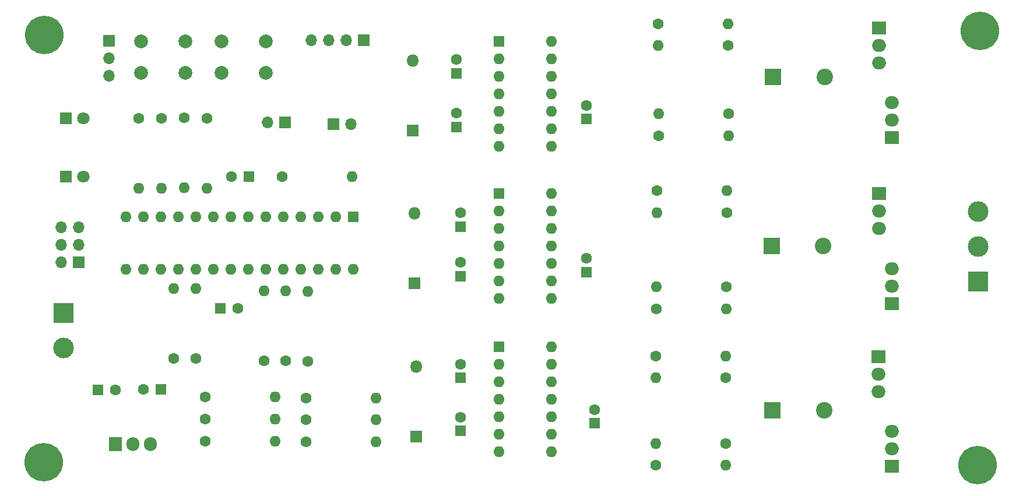
<source format=gbr>
%TF.GenerationSoftware,KiCad,Pcbnew,7.0.1-0*%
%TF.CreationDate,2024-01-23T12:35:28+01:00*%
%TF.ProjectId,BLDC ESC,424c4443-2045-4534-932e-6b696361645f,0.2*%
%TF.SameCoordinates,Original*%
%TF.FileFunction,Soldermask,Bot*%
%TF.FilePolarity,Negative*%
%FSLAX46Y46*%
G04 Gerber Fmt 4.6, Leading zero omitted, Abs format (unit mm)*
G04 Created by KiCad (PCBNEW 7.0.1-0) date 2024-01-23 12:35:28*
%MOMM*%
%LPD*%
G01*
G04 APERTURE LIST*
%ADD10R,1.600000X1.600000*%
%ADD11C,1.600000*%
%ADD12O,1.600000X1.600000*%
%ADD13C,3.600000*%
%ADD14C,5.600000*%
%ADD15R,2.000000X1.905000*%
%ADD16O,2.000000X1.905000*%
%ADD17R,1.700000X1.700000*%
%ADD18O,1.700000X1.700000*%
%ADD19R,2.400000X2.400000*%
%ADD20C,2.400000*%
%ADD21R,1.800000X1.800000*%
%ADD22O,1.800000X1.800000*%
%ADD23C,2.000000*%
%ADD24R,3.000000X3.000000*%
%ADD25C,3.000000*%
%ADD26C,1.800000*%
%ADD27R,1.905000X2.000000*%
%ADD28O,1.905000X2.000000*%
G04 APERTURE END LIST*
D10*
%TO.C,C13*%
X106289000Y-109667113D03*
D11*
X103789000Y-109667113D03*
%TD*%
%TO.C,R27*%
X108204000Y-105222113D03*
D12*
X108204000Y-95062113D03*
%TD*%
D11*
%TO.C,R19*%
X127635000Y-105603113D03*
D12*
X127635000Y-95443113D03*
%TD*%
D11*
%TO.C,R6*%
X188712000Y-59756113D03*
D12*
X178552000Y-59756113D03*
%TD*%
D11*
%TO.C,R21*%
X112766000Y-114030562D03*
D12*
X122926000Y-114030562D03*
%TD*%
D11*
%TO.C,R18*%
X124457221Y-105557664D03*
D12*
X124457221Y-95397664D03*
%TD*%
D13*
%TO.C,REF\u002A\u002A*%
X225248199Y-57639949D03*
D14*
X225248199Y-57639949D03*
%TD*%
D15*
%TO.C,Q2*%
X210627000Y-57216113D03*
D16*
X210627000Y-59756113D03*
X210627000Y-62296113D03*
%TD*%
D17*
%TO.C,J5*%
X135753000Y-58994113D03*
D18*
X133213000Y-58994113D03*
X130673000Y-58994113D03*
X128133000Y-58994113D03*
%TD*%
D10*
%TO.C,U3*%
X155438000Y-103505000D03*
D12*
X155438000Y-106045000D03*
X155438000Y-108585000D03*
X155438000Y-111125000D03*
X155438000Y-113665000D03*
X155438000Y-116205000D03*
X155438000Y-118745000D03*
X163058000Y-118745000D03*
X163058000Y-116205000D03*
X163058000Y-113665000D03*
X163058000Y-111125000D03*
X163058000Y-108585000D03*
X163058000Y-106045000D03*
X163058000Y-103505000D03*
%TD*%
D17*
%TO.C,J4*%
X124328000Y-70932113D03*
D18*
X121788000Y-70932113D03*
%TD*%
D11*
%TO.C,R1*%
X188412551Y-94810892D03*
D12*
X178252551Y-94810892D03*
%TD*%
D11*
%TO.C,R10*%
X178379551Y-80838113D03*
D12*
X188539551Y-80838113D03*
%TD*%
D10*
%TO.C,C5*%
X149860000Y-93252113D03*
D11*
X149860000Y-91252113D03*
%TD*%
%TO.C,R20*%
X112766000Y-110810113D03*
D12*
X122926000Y-110810113D03*
%TD*%
D19*
%TO.C,C16*%
X195263551Y-64330892D03*
D20*
X202763551Y-64330892D03*
%TD*%
D21*
%TO.C,D1*%
X142865000Y-72075113D03*
D22*
X142865000Y-61915113D03*
%TD*%
D10*
%TO.C,C7*%
X149850000Y-108016113D03*
D11*
X149850000Y-106016113D03*
%TD*%
D15*
%TO.C,Q1*%
X212517000Y-73091113D03*
D16*
X212517000Y-70551113D03*
X212517000Y-68011113D03*
%TD*%
D11*
%TO.C,R12*%
X178171000Y-104841113D03*
D12*
X188331000Y-104841113D03*
%TD*%
D10*
%TO.C,C4*%
X149215000Y-71567113D03*
D11*
X149215000Y-69567113D03*
%TD*%
D10*
%TO.C,U1*%
X155438000Y-59153113D03*
D12*
X155438000Y-61693113D03*
X155438000Y-64233113D03*
X155438000Y-66773113D03*
X155438000Y-69313113D03*
X155438000Y-71853113D03*
X155438000Y-74393113D03*
X163058000Y-74393113D03*
X163058000Y-71853113D03*
X163058000Y-69313113D03*
X163058000Y-66773113D03*
X163058000Y-64233113D03*
X163058000Y-61693113D03*
X163058000Y-59153113D03*
%TD*%
D10*
%TO.C,C6*%
X149850000Y-115702226D03*
D11*
X149850000Y-113702226D03*
%TD*%
D13*
%TO.C,REF\u002A\u002A*%
X89376250Y-58166000D03*
D14*
X89376250Y-58166000D03*
%TD*%
D15*
%TO.C,Q6*%
X210582000Y-104968113D03*
D16*
X210582000Y-107508113D03*
X210582000Y-110048113D03*
%TD*%
D11*
%TO.C,R14*%
X127368221Y-117287113D03*
D12*
X137528221Y-117287113D03*
%TD*%
D10*
%TO.C,C1*%
X168138000Y-70424113D03*
D11*
X168138000Y-68424113D03*
%TD*%
D23*
%TO.C,SW2*%
X103420000Y-59157113D03*
X109920000Y-59157113D03*
X103420000Y-63657113D03*
X109920000Y-63657113D03*
%TD*%
D10*
%TO.C,C9*%
X149215000Y-63788113D03*
D11*
X149215000Y-61788113D03*
%TD*%
D24*
%TO.C,J2*%
X92202000Y-98618113D03*
D25*
X92202000Y-103698113D03*
%TD*%
D17*
%TO.C,J3*%
X131430000Y-71186113D03*
D18*
X133970000Y-71186113D03*
%TD*%
D13*
%TO.C,REF\u002A\u002A*%
X224917049Y-120650049D03*
D14*
X224917049Y-120650049D03*
%TD*%
D10*
%TO.C,U2*%
X155448000Y-81214113D03*
D12*
X155448000Y-83754113D03*
X155448000Y-86294113D03*
X155448000Y-88834113D03*
X155448000Y-91374113D03*
X155448000Y-93914113D03*
X155448000Y-96454113D03*
X163068000Y-96454113D03*
X163068000Y-93914113D03*
X163068000Y-91374113D03*
X163068000Y-88834113D03*
X163068000Y-86294113D03*
X163068000Y-83754113D03*
X163068000Y-81214113D03*
%TD*%
D10*
%TO.C,C3*%
X168148000Y-92649113D03*
D11*
X168148000Y-90649113D03*
%TD*%
%TO.C,R2*%
X188539551Y-84013113D03*
D12*
X178379551Y-84013113D03*
%TD*%
D11*
%TO.C,R11*%
X178171000Y-120716113D03*
D12*
X188331000Y-120716113D03*
%TD*%
D19*
%TO.C,C14*%
X195016551Y-88841892D03*
D20*
X202516551Y-88841892D03*
%TD*%
D10*
%TO.C,C2*%
X169281000Y-114620113D03*
D11*
X169281000Y-112620113D03*
%TD*%
D10*
%TO.C,C10*%
X97209888Y-109794113D03*
D11*
X99709888Y-109794113D03*
%TD*%
D15*
%TO.C,Q4*%
X210627000Y-81219113D03*
D16*
X210627000Y-83759113D03*
X210627000Y-86299113D03*
%TD*%
D11*
%TO.C,R22*%
X112766000Y-117205562D03*
D12*
X122926000Y-117205562D03*
%TD*%
D11*
%TO.C,R8*%
X178552000Y-56581113D03*
D12*
X188712000Y-56581113D03*
%TD*%
D11*
%TO.C,R26*%
X103114000Y-70297113D03*
D12*
X103114000Y-80457113D03*
%TD*%
D11*
%TO.C,R17*%
X121282221Y-105557664D03*
D12*
X121282221Y-95397664D03*
%TD*%
D17*
%TO.C,J6*%
X94361000Y-91252113D03*
D18*
X91821000Y-91252113D03*
X94361000Y-88712113D03*
X91821000Y-88712113D03*
X94361000Y-86172113D03*
X91821000Y-86172113D03*
%TD*%
D11*
%TO.C,R9*%
X178252551Y-97985892D03*
D12*
X188412551Y-97985892D03*
%TD*%
D19*
%TO.C,C15*%
X195143551Y-112717892D03*
D20*
X202643551Y-112717892D03*
%TD*%
D17*
%TO.C,J7*%
X98806000Y-59070000D03*
D18*
X98806000Y-61610000D03*
X98806000Y-64150000D03*
%TD*%
D21*
%TO.C,D5*%
X92568000Y-70297113D03*
D26*
X95108000Y-70297113D03*
%TD*%
D24*
%TO.C,J1*%
X225034000Y-94046113D03*
D25*
X225034000Y-88966113D03*
X225034000Y-83886113D03*
%TD*%
D11*
%TO.C,R3*%
X188331000Y-117541113D03*
D12*
X178171000Y-117541113D03*
%TD*%
D11*
%TO.C,R13*%
X123942000Y-78806113D03*
D12*
X134102000Y-78806113D03*
%TD*%
D13*
%TO.C,REF\u002A\u002A*%
X89299100Y-120287100D03*
D14*
X89299100Y-120287100D03*
%TD*%
D11*
%TO.C,R24*%
X109699949Y-70251664D03*
D12*
X109699949Y-80411664D03*
%TD*%
D10*
%TO.C,C11*%
X114987108Y-97937664D03*
D11*
X117487108Y-97937664D03*
%TD*%
D15*
%TO.C,Q5*%
X212461000Y-120843113D03*
D16*
X212461000Y-118303113D03*
X212461000Y-115763113D03*
%TD*%
D11*
%TO.C,R28*%
X111379000Y-105222113D03*
D12*
X111379000Y-95062113D03*
%TD*%
D11*
%TO.C,R23*%
X113020000Y-70297113D03*
D12*
X113020000Y-80457113D03*
%TD*%
D10*
%TO.C,C12*%
X119073221Y-78760664D03*
D11*
X116573221Y-78760664D03*
%TD*%
%TO.C,R25*%
X106416000Y-70297113D03*
D12*
X106416000Y-80457113D03*
%TD*%
D10*
%TO.C,C8*%
X149860000Y-86013113D03*
D11*
X149860000Y-84013113D03*
%TD*%
%TO.C,R4*%
X188331000Y-108016113D03*
D12*
X178171000Y-108016113D03*
%TD*%
D27*
%TO.C,U5*%
X99685000Y-117597113D03*
D28*
X102225000Y-117597113D03*
X104765000Y-117597113D03*
%TD*%
D11*
%TO.C,R5*%
X188793551Y-69662113D03*
D12*
X178633551Y-69662113D03*
%TD*%
D11*
%TO.C,R16*%
X127371000Y-110937113D03*
D12*
X137531000Y-110937113D03*
%TD*%
D10*
%TO.C,U4*%
X134226221Y-84602664D03*
D12*
X131686221Y-84602664D03*
X129146221Y-84602664D03*
X126606221Y-84602664D03*
X124066221Y-84602664D03*
X121526221Y-84602664D03*
X118986221Y-84602664D03*
X116446221Y-84602664D03*
X113906221Y-84602664D03*
X111366221Y-84602664D03*
X108826221Y-84602664D03*
X106286221Y-84602664D03*
X103746221Y-84602664D03*
X101206221Y-84602664D03*
X101206221Y-92222664D03*
X103746221Y-92222664D03*
X106286221Y-92222664D03*
X108826221Y-92222664D03*
X111366221Y-92222664D03*
X113906221Y-92222664D03*
X116446221Y-92222664D03*
X118986221Y-92222664D03*
X121526221Y-92222664D03*
X124066221Y-92222664D03*
X126606221Y-92222664D03*
X129146221Y-92222664D03*
X131686221Y-92222664D03*
X134226221Y-92222664D03*
%TD*%
D23*
%TO.C,SW1*%
X115104000Y-59157113D03*
X121604000Y-59157113D03*
X115104000Y-63657113D03*
X121604000Y-63657113D03*
%TD*%
D21*
%TO.C,D2*%
X143373000Y-116525113D03*
D22*
X143373000Y-106365113D03*
%TD*%
D21*
%TO.C,D3*%
X143129000Y-94300113D03*
D22*
X143129000Y-84140113D03*
%TD*%
D11*
%TO.C,R7*%
X178633551Y-72837113D03*
D12*
X188793551Y-72837113D03*
%TD*%
D11*
%TO.C,R15*%
X127368221Y-114112113D03*
D12*
X137528221Y-114112113D03*
%TD*%
D21*
%TO.C,D4*%
X92568000Y-78806113D03*
D26*
X95108000Y-78806113D03*
%TD*%
D15*
%TO.C,Q3*%
X212461000Y-97221113D03*
D16*
X212461000Y-94681113D03*
X212461000Y-92141113D03*
%TD*%
M02*

</source>
